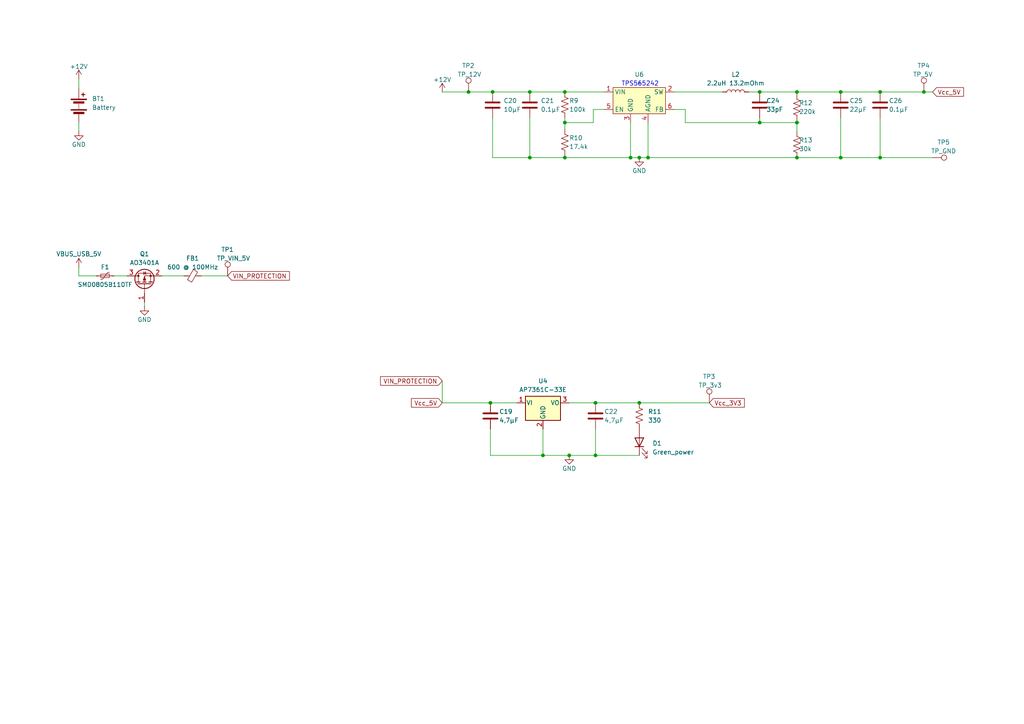
<source format=kicad_sch>
(kicad_sch (version 20250114) (generator "eeschema") (generator_version "9.0")
  (paper "A4")
  (lib_symbols
    (symbol "Connector:TestPoint" (pin_numbers (hide yes)) (pin_names (offset 0.762) (hide yes))
      (property "Reference" "TP" (at 0 6.858 0))
      (property "Value" "TestPoint" (at 0 5.08 0))
      (symbol "TestPoint_0_1"
        (circle (center 0 3.302) (radius 0.762))
      )
      (symbol "TestPoint_1_1"
        (pin passive line (at 0 0 90) (length 2.54) (name "1") (number "1"))
      )
    )
    (symbol "Device:Battery" (pin_numbers (hide yes)) (pin_names (offset 0) (hide yes))
      (property "Reference" "BT" (at 2.54 2.54 0))
      (property "Value" "Battery" (at 2.54 0 0))
      (symbol "Battery_0_1"
        (rectangle (start -2.286 1.778) (end 2.286 1.524) (fill (type outline)))
        (rectangle (start -2.286 -1.27) (end 2.286 -1.524) (fill (type outline)))
        (rectangle (start -1.524 1.016) (end 1.524 0.508) (fill (type outline)))
        (rectangle (start -1.524 -2.032) (end 1.524 -2.54) (fill (type outline)))
        (polyline (pts (xy 0 1.778) (xy 0 2.54)))
        (polyline (pts (xy 0 0) (xy 0 0.254)))
        (polyline (pts (xy 0 -0.508) (xy 0 -0.254)))
        (polyline (pts (xy 0 -1.016) (xy 0 -0.762)))
        (polyline (pts (xy 0.762 3.048) (xy 1.778 3.048)) (stroke (width 0.254)))
        (polyline (pts (xy 1.27 3.556) (xy 1.27 2.54)) (stroke (width 0.254)))
      )
      (symbol "Battery_1_1"
        (pin passive line (at 0 5.08 270) (length 2.54) (name "+") (number "1"))
        (pin passive line (at 0 -5.08 90) (length 2.54) (name "-") (number "2"))
      )
    )
    (symbol "Device:C" (pin_numbers (hide yes)) (pin_names (offset 0.254))
      (property "Reference" "C" (at 0.635 2.54 0))
      (property "Value" "C" (at 0.635 -2.54 0))
      (symbol "C_0_1"
        (polyline (pts (xy -2.032 0.762) (xy 2.032 0.762)) (stroke (width 0.508)))
        (polyline (pts (xy -2.032 -0.762) (xy 2.032 -0.762)) (stroke (width 0.508)))
      )
      (symbol "C_1_1"
        (pin passive line (at 0 3.81 270) (length 2.794) (name "~") (number "1"))
        (pin passive line (at 0 -3.81 90) (length 2.794) (name "~") (number "2"))
      )
    )
    (symbol "Device:FerriteBead_Small" (pin_numbers (hide yes)) (pin_names (offset 0))
      (property "Reference" "FB" (at 1.905 1.27 0))
      (property "Value" "FerriteBead_Small" (at 1.905 -1.27 0))
      (symbol "FerriteBead_Small_0_1"
        (polyline (pts (xy -1.8288 0.2794) (xy -1.1176 1.4986) (xy 1.8288 -0.2032) (xy 1.1176 -1.4224) (xy -1.8288 0.2794)))
        (polyline (pts (xy 0 0.889) (xy 0 1.2954)))
        (polyline (pts (xy 0 -1.27) (xy 0 -0.7874)))
      )
      (symbol "FerriteBead_Small_1_1"
        (pin passive line (at 0 2.54 270) (length 1.27) (name "~") (number "1"))
        (pin passive line (at 0 -2.54 90) (length 1.27) (name "~") (number "2"))
      )
    )
    (symbol "Device:L" (pin_numbers (hide yes)) (pin_names (offset 1.016) (hide yes))
      (property "Reference" "L" (at -1.27 0 90))
      (property "Value" "L" (at 1.905 0 90))
      (symbol "L_0_1"
        (arc (start 0 2.54) (mid 0.6323 1.905) (end 0 1.27))
        (arc (start 0 1.27) (mid 0.6323 0.635) (end 0 0))
        (arc (start 0 0) (mid 0.6323 -0.635) (end 0 -1.27))
        (arc (start 0 -1.27) (mid 0.6323 -1.905) (end 0 -2.54))
      )
      (symbol "L_1_1"
        (pin passive line (at 0 3.81 270) (length 1.27) (name "1") (number "1"))
        (pin passive line (at 0 -3.81 90) (length 1.27) (name "2") (number "2"))
      )
    )
    (symbol "Device:LED" (pin_numbers (hide yes)) (pin_names (offset 1.016) (hide yes))
      (property "Reference" "D" (at 0 2.54 0))
      (property "Value" "LED" (at 0 -2.54 0))
      (symbol "LED_0_1"
        (polyline (pts (xy -3.048 -0.762) (xy -4.572 -2.286) (xy -3.81 -2.286) (xy -4.572 -2.286) (xy -4.572 -1.524)))
        (polyline (pts (xy -1.778 -0.762) (xy -3.302 -2.286) (xy -2.54 -2.286) (xy -3.302 -2.286) (xy -3.302 -1.524)))
        (polyline (pts (xy -1.27 0) (xy 1.27 0)))
        (polyline (pts (xy -1.27 -1.27) (xy -1.27 1.27)) (stroke (width 0.254)))
        (polyline (pts (xy 1.27 -1.27) (xy 1.27 1.27) (xy -1.27 0) (xy 1.27 -1.27)) (stroke (width 0.254)))
      )
      (symbol "LED_1_1"
        (pin passive line (at -3.81 0 0) (length 2.54) (name "K") (number "1"))
        (pin passive line (at 3.81 0 180) (length 2.54) (name "A") (number "2"))
      )
    )
    (symbol "Device:Polyfuse_Small" (pin_numbers (hide yes)) (pin_names (offset 0))
      (property "Reference" "F" (at -1.905 0 90))
      (property "Value" "Polyfuse_Small" (at 1.905 0 90))
      (symbol "Polyfuse_Small_0_1"
        (polyline (pts (xy -1.016 1.27) (xy -1.016 0.762) (xy 1.016 -0.762) (xy 1.016 -1.27)))
        (rectangle (start -0.508 1.27) (end 0.508 -1.27))
        (polyline (pts (xy 0 2.54) (xy 0 -2.54)))
      )
      (symbol "Polyfuse_Small_1_1"
        (pin passive line (at 0 2.54 270) (length 0.635) (name "~") (number "1"))
        (pin passive line (at 0 -2.54 90) (length 0.635) (name "~") (number "2"))
      )
    )
    (symbol "Device:R_US" (pin_numbers (hide yes)) (pin_names (offset 0))
      (property "Reference" "R" (at 2.54 0 90))
      (property "Value" "R_US" (at -2.54 0 90))
      (symbol "R_US_0_1"
        (polyline (pts (xy 0 2.286) (xy 0 2.54)))
        (polyline (pts (xy 0 2.286) (xy 1.016 1.905) (xy 0 1.524) (xy -1.016 1.143) (xy 0 0.762)))
        (polyline (pts (xy 0 0.762) (xy 1.016 0.381) (xy 0 0) (xy -1.016 -0.381) (xy 0 -0.762)))
        (polyline (pts (xy 0 -0.762) (xy 1.016 -1.143) (xy 0 -1.524) (xy -1.016 -1.905) (xy 0 -2.286)))
        (polyline (pts (xy 0 -2.286) (xy 0 -2.54)))
      )
      (symbol "R_US_1_1"
        (pin passive line (at 0 3.81 270) (length 1.27) (name "~") (number "1"))
        (pin passive line (at 0 -3.81 90) (length 1.27) (name "~") (number "2"))
      )
    )
    (symbol "Regulator_Linear:AP7361C-33E" (pin_names (offset 0.254))
      (property "Reference" "U" (at -3.81 3.175 0))
      (property "Value" "AP7361C-33E" (at 0 3.175 0))
      (symbol "AP7361C-33E_0_1"
        (rectangle (start -5.08 -5.08) (end 5.08 1.905) (stroke (width 0.254)) (fill (type background)))
      )
      (symbol "AP7361C-33E_1_1"
        (pin power_in line (at -7.62 0 0) (length 2.54) (name "VI") (number "1"))
        (pin power_in line (at 0 -7.62 90) (length 2.54) (name "GND") (number "2"))
        (pin power_out line (at 7.62 0 180) (length 2.54) (name "VO") (number "3"))
      )
    )
    (symbol "TPS565242:TPS565242"
      (property "Reference" "U" (at 0 3.556 0))
      (symbol "TPS565242_0_1"
        (rectangle (start -7.62 1.27) (end 7.62 -6.35) (fill (type background)))
      )
      (symbol "TPS565242_1_1"
        (pin power_in line (at -10.16 0 0) (length 2.54) (name "VIN") (number "1"))
        (pin input line (at -10.16 -5.08 0) (length 2.54) (name "EN") (number "5"))
        (pin power_in line (at -2.54 -8.89 90) (length 2.54) (name "GND") (number "3"))
        (pin power_in line (at 2.54 -8.89 90) (length 2.54) (name "AGND") (number "4"))
        (pin power_out line (at 10.16 0 180) (length 2.54) (name "SW") (number "2"))
        (pin input line (at 10.16 -5.08 180) (length 2.54) (name "FB") (number "6"))
      )
    )
    (symbol "Transistor_FET:AO3401A" (pin_names (hide yes))
      (property "Reference" "Q" (at 5.08 1.905 0))
      (property "Value" "AO3401A" (at 5.08 0 0))
      (symbol "AO3401A_0_1"
        (polyline (pts (xy 0.254 1.905) (xy 0.254 -1.905)) (stroke (width 0.254)))
        (polyline (pts (xy 0.254 0) (xy -2.54 0)))
        (polyline (pts (xy 0.762 2.286) (xy 0.762 1.27)) (stroke (width 0.254)))
        (polyline (pts (xy 0.762 1.778) (xy 3.302 1.778) (xy 3.302 -1.778) (xy 0.762 -1.778)))
        (polyline (pts (xy 0.762 0.508) (xy 0.762 -0.508)) (stroke (width 0.254)))
        (polyline (pts (xy 0.762 -1.27) (xy 0.762 -2.286)) (stroke (width 0.254)))
        (circle (center 1.651 0) (radius 2.794) (stroke (width 0.254)))
        (polyline (pts (xy 2.286 0) (xy 1.27 0.381) (xy 1.27 -0.381) (xy 2.286 0)) (fill (type outline)))
        (polyline (pts (xy 2.54 2.54) (xy 2.54 1.778)))
        (circle (center 2.54 1.778) (radius 0.254) (fill (type outline)))
        (circle (center 2.54 -1.778) (radius 0.254) (fill (type outline)))
        (polyline (pts (xy 2.54 -2.54) (xy 2.54 0) (xy 0.762 0)))
        (polyline (pts (xy 2.794 -0.508) (xy 2.921 -0.381) (xy 3.683 -0.381) (xy 3.81 -0.254)))
        (polyline (pts (xy 3.302 -0.381) (xy 2.921 0.254) (xy 3.683 0.254) (xy 3.302 -0.381)))
      )
      (symbol "AO3401A_1_1"
        (pin input line (at -5.08 0 0) (length 2.54) (name "G") (number "1"))
        (pin passive line (at 2.54 5.08 270) (length 2.54) (name "D") (number "3"))
        (pin passive line (at 2.54 -5.08 90) (length 2.54) (name "S") (number "2"))
      )
    )
    (symbol "power:+12V" (power) (pin_numbers (hide yes)) (pin_names (offset 0) (hide yes))
      (property "Value" "+12V" (at 0 3.556 0))
      (symbol "+12V_0_1"
        (polyline (pts (xy -0.762 1.27) (xy 0 2.54)))
        (polyline (pts (xy 0 2.54) (xy 0.762 1.27)))
        (polyline (pts (xy 0 0) (xy 0 2.54)))
      )
      (symbol "+12V_1_1"
        (pin power_in line (at 0 0 90) (length 0) (name "~") (number "1"))
      )
    )
    (symbol "power:GND" (power) (pin_numbers (hide yes)) (pin_names (offset 0) (hide yes))
      (property "Value" "GND" (at 0 -3.81 0))
      (symbol "GND_0_1"
        (polyline (pts (xy 0 0) (xy 0 -1.27) (xy 1.27 -1.27) (xy 0 -2.54) (xy -1.27 -1.27) (xy 0 -1.27)))
      )
      (symbol "GND_1_1"
        (pin power_in line (at 0 0 270) (length 0) (name "~") (number "1"))
      )
    )
    (symbol "power:VBUS" (power) (pin_numbers (hide yes)) (pin_names (offset 0) (hide yes))
      (property "Value" "VBUS" (at 0 3.556 0))
      (symbol "VBUS_0_1"
        (polyline (pts (xy -0.762 1.27) (xy 0 2.54)))
        (polyline (pts (xy 0 2.54) (xy 0.762 1.27)))
        (polyline (pts (xy 0 0) (xy 0 2.54)))
      )
      (symbol "VBUS_1_1"
        (pin power_in line (at 0 0 90) (length 0) (name "~") (number "1"))
      )
    )
  )
  (text "TPS565242\n" (at 185.674 24.384 0) (effects (font (size 1.27 1.27))))
  (junction (at 255.27 45.72))
  (junction (at 220.345 26.67))
  (junction (at 153.67 45.72))
  (junction (at 220.345 35.56))
  (junction (at 157.48 132.08))
  (junction (at 185.42 45.72))
  (junction (at 142.24 116.84))
  (junction (at 172.72 116.84))
  (junction (at 163.83 26.67))
  (junction (at 187.96 45.72))
  (junction (at 163.83 35.56))
  (junction (at 231.14 35.56))
  (junction (at 163.83 45.72))
  (junction (at 243.84 45.72))
  (junction (at 255.27 26.67))
  (junction (at 135.89 26.67))
  (junction (at 153.67 26.67))
  (junction (at 185.42 116.84))
  (junction (at 172.72 132.08))
  (junction (at 165.1 132.08))
  (junction (at 267.97 26.67))
  (junction (at 142.875 26.67))
  (junction (at 231.14 45.72))
  (junction (at 231.14 26.67))
  (junction (at 243.84 26.67))
  (junction (at 182.88 45.72))
  (wire (pts (xy 157.48 124.46) (xy 157.48 132.08)))
  (wire (pts (xy 231.14 35.56) (xy 231.775 35.56)))
  (wire (pts (xy 135.89 26.67) (xy 142.875 26.67)))
  (wire (pts (xy 255.27 26.67) (xy 267.97 26.67)))
  (wire (pts (xy 22.86 77.47) (xy 22.86 80.01)))
  (wire (pts (xy 66.04 80.01) (xy 58.42 80.01)))
  (wire (pts (xy 163.83 45.72) (xy 163.83 45.085)))
  (wire (pts (xy 231.14 34.925) (xy 231.14 35.56)))
  (wire (pts (xy 231.14 45.72) (xy 243.84 45.72)))
  (wire (pts (xy 142.875 45.72) (xy 153.67 45.72)))
  (wire (pts (xy 41.91 88.9) (xy 41.91 87.63)))
  (wire (pts (xy 187.96 45.72) (xy 185.42 45.72)))
  (wire (pts (xy 163.83 35.56) (xy 163.83 37.465)))
  (wire (pts (xy 182.88 45.72) (xy 185.42 45.72)))
  (wire (pts (xy 142.875 34.29) (xy 142.875 45.72)))
  (wire (pts (xy 182.88 35.56) (xy 182.88 45.72)))
  (wire (pts (xy 267.97 26.67) (xy 270.51 26.67)))
  (wire (pts (xy 255.27 45.72) (xy 270.51 45.72)))
  (wire (pts (xy 243.84 34.29) (xy 243.84 45.72)))
  (wire (pts (xy 231.14 35.56) (xy 231.14 38.1)))
  (wire (pts (xy 172.72 124.46) (xy 172.72 132.08)))
  (wire (pts (xy 33.02 80.01) (xy 36.83 80.01)))
  (wire (pts (xy 142.24 124.46) (xy 142.24 132.08)))
  (wire (pts (xy 198.755 31.75) (xy 198.755 35.56)))
  (wire (pts (xy 243.84 45.72) (xy 255.27 45.72)))
  (wire (pts (xy 231.14 26.67) (xy 243.84 26.67)))
  (wire (pts (xy 195.58 26.67) (xy 209.55 26.67)))
  (wire (pts (xy 243.84 26.67) (xy 255.27 26.67)))
  (wire (pts (xy 198.755 35.56) (xy 220.345 35.56)))
  (wire (pts (xy 165.1 116.84) (xy 172.72 116.84)))
  (wire (pts (xy 172.72 132.08) (xy 185.42 132.08)))
  (wire (pts (xy 255.27 34.29) (xy 255.27 45.72)))
  (wire (pts (xy 220.345 35.56) (xy 231.14 35.56)))
  (wire (pts (xy 231.14 27.305) (xy 231.14 26.67)))
  (wire (pts (xy 157.48 132.08) (xy 165.1 132.08)))
  (wire (pts (xy 128.27 116.84) (xy 142.24 116.84)))
  (wire (pts (xy 163.83 34.29) (xy 163.83 35.56)))
  (wire (pts (xy 220.345 35.56) (xy 220.345 34.29)))
  (wire (pts (xy 175.26 31.75) (xy 172.085 31.75)))
  (wire (pts (xy 163.83 45.72) (xy 182.88 45.72)))
  (wire (pts (xy 187.96 45.72) (xy 231.14 45.72)))
  (wire (pts (xy 46.99 80.01) (xy 53.34 80.01)))
  (wire (pts (xy 153.67 34.29) (xy 153.67 45.72)))
  (wire (pts (xy 172.085 31.75) (xy 172.085 35.56)))
  (wire (pts (xy 165.1 132.08) (xy 172.72 132.08)))
  (wire (pts (xy 128.27 110.49) (xy 128.27 116.84)))
  (wire (pts (xy 220.345 26.67) (xy 231.14 26.67)))
  (wire (pts (xy 153.67 26.67) (xy 163.83 26.67)))
  (wire (pts (xy 195.58 31.75) (xy 198.755 31.75)))
  (wire (pts (xy 153.67 45.72) (xy 163.83 45.72)))
  (wire (pts (xy 185.42 116.84) (xy 205.74 116.84)))
  (wire (pts (xy 22.86 22.86) (xy 22.86 25.4)))
  (wire (pts (xy 172.72 116.84) (xy 185.42 116.84)))
  (wire (pts (xy 142.875 26.67) (xy 153.67 26.67)))
  (wire (pts (xy 142.24 132.08) (xy 157.48 132.08)))
  (wire (pts (xy 22.86 80.01) (xy 27.94 80.01)))
  (wire (pts (xy 22.86 35.56) (xy 22.86 38.1)))
  (wire (pts (xy 128.27 26.67) (xy 135.89 26.67)))
  (wire (pts (xy 172.085 35.56) (xy 163.83 35.56)))
  (wire (pts (xy 163.83 26.67) (xy 175.26 26.67)))
  (wire (pts (xy 217.17 26.67) (xy 220.345 26.67)))
  (wire (pts (xy 142.24 116.84) (xy 149.86 116.84)))
  (wire (pts (xy 187.96 35.56) (xy 187.96 45.72)))
  (global_label "VIN_PROTECTION" (shape input) (at 66.04 80.01 0) (property "Intersheetrefs" "${INTERSHEET_REFS}" (effects (hide yes))))
  (global_label "Vcc_5V" (shape input) (at 128.27 116.84 180) (property "Intersheetrefs" "${INTERSHEET_REFS}" (effects (hide yes))))
  (global_label "Vcc_5V" (shape input) (at 270.51 26.67 0) (property "Intersheetrefs" "${INTERSHEET_REFS}" (effects (hide yes))))
  (global_label "VIN_PROTECTION" (shape input) (at 128.27 110.49 180) (property "Intersheetrefs" "${INTERSHEET_REFS}" (effects (hide yes))))
  (global_label "Vcc_3V3" (shape input) (at 205.74 116.84 0) (property "Intersheetrefs" "${INTERSHEET_REFS}" (effects (hide yes))))
  (symbol (lib_id "power:GND") (at 165.1 132.08 0) (unit 1)
    (property "Reference" "#PWR031" (effects (hide yes)))
    (property "Value" "GND" (at 165.1 135.89 0))
    (property "Description" "Power symbol creates a global label with name \"GND\" , ground" (effects (hide yes)))
  )
  (symbol (lib_id "Device:R_US") (at 163.83 30.48 0) (unit 1)
    (property "Reference" "R9" (at 165.1 29.21 0) (effects (justify left)))
    (property "Value" "100k" (at 165.1 31.75 0) (effects (justify left)))
    (property "Footprint" "Resistor_SMD:R_0603_1608Metric_Pad0.98x0.95mm_HandSolder" (effects (hide yes)))
    (property "Description" "Resistor, US symbol" (effects (hide yes)))
  )
  (symbol (lib_id "Device:C") (at 255.27 30.48 0) (unit 1)
    (property "Reference" "C26" (at 257.81 29.21 0) (effects (justify left)))
    (property "Value" "0.1µF" (at 257.81 31.75 0) (effects (justify left)))
    (property "Footprint" "Capacitor_SMD:C_0603_1608Metric_Pad1.08x0.95mm_HandSolder" (effects (hide yes)))
    (property "Description" "Unpolarized capacitor" (effects (hide yes)))
  )
  (symbol (lib_id "Device:C") (at 142.875 30.48 0) (unit 1)
    (property "Reference" "C20" (at 146.05 29.21 0) (effects (justify left)))
    (property "Value" "10µF" (at 146.05 31.75 0) (effects (justify left)))
    (property "Footprint" "Capacitor_SMD:C_0805_2012Metric_Pad1.18x1.45mm_HandSolder" (effects (hide yes)))
    (property "Description" "Unpolarized capacitor" (effects (hide yes)))
  )
  (symbol (lib_id "power:+12V") (at 22.86 22.86 0) (unit 1)
    (property "Reference" "#PWR026" (effects (hide yes)))
    (property "Value" "+12V" (at 22.86 19.304 0))
    (property "Description" "Power symbol creates a global label with name \"+12V\"" (effects (hide yes)))
  )
  (symbol (lib_id "Device:C") (at 153.67 30.48 0) (unit 1)
    (property "Reference" "C21" (at 156.845 29.21 0) (effects (justify left)))
    (property "Value" "0.1µF" (at 156.845 31.75 0) (effects (justify left)))
    (property "Footprint" "Capacitor_SMD:C_0603_1608Metric_Pad1.08x0.95mm_HandSolder" (effects (hide yes)))
    (property "Description" "Unpolarized capacitor" (effects (hide yes)))
  )
  (symbol (lib_id "Regulator_Linear:AP7361C-33E") (at 157.48 116.84 0) (unit 1)
    (property "Reference" "U4" (at 157.48 110.49 0))
    (property "Value" "AP7361C-33E" (at 157.48 113.03 0))
    (property "Footprint" "Package_TO_SOT_SMD:SOT-223-3_TabPin2" (effects (hide yes)))
    (property "Datasheet" "https://www.diodes.com/assets/Datasheets/AP7361C.pdf" (effects (hide yes)))
    (property "Description" "1A Low Dropout regulator, positive, 3.3V fixed output, SOT-223" (effects (hide yes)))
  )
  (symbol (lib_id "Device:C") (at 220.345 30.48 0) (unit 1)
    (property "Reference" "C24" (at 222.25 29.21 0) (effects (justify left)))
    (property "Value" "33pF" (at 222.25 31.75 0) (effects (justify left)))
    (property "Footprint" "Capacitor_SMD:C_0603_1608Metric_Pad1.08x0.95mm_HandSolder" (effects (hide yes)))
    (property "Description" "Unpolarized capacitor" (effects (hide yes)))
  )
  (symbol (lib_id "power:GND") (at 41.91 88.9 0) (unit 1)
    (property "Reference" "#PWR029" (effects (hide yes)))
    (property "Value" "GND" (at 41.91 92.71 0))
    (property "Description" "Power symbol creates a global label with name \"GND\" , ground" (effects (hide yes)))
  )
  (symbol (lib_id "Device:FerriteBead_Small") (at 55.88 80.01 90) (unit 1)
    (property "Reference" "FB1" (at 55.88 74.93 90))
    (property "Value" "600 @ 100MHz" (at 55.88 77.47 90))
    (property "Footprint" "Resistor_SMD:R_0805_2012Metric_Pad1.20x1.40mm_HandSolder" (effects (hide yes)))
    (property "Description" "Ferrite bead, small symbol" (effects (hide yes)))
  )
  (symbol (lib_id "Device:C") (at 172.72 120.65 180) (unit 1)
    (property "Reference" "C22" (at 175.26 119.38 0) (effects (justify right)))
    (property "Value" "4,7µF" (at 175.26 121.92 0) (effects (justify right)))
    (property "Footprint" "Capacitor_SMD:C_0805_2012Metric_Pad1.18x1.45mm_HandSolder" (effects (hide yes)))
    (property "Description" "Unpolarized capacitor" (effects (hide yes)))
  )
  (symbol (lib_id "power:+12V") (at 128.27 26.67 0) (unit 1)
    (property "Reference" "#PWR030" (effects (hide yes)))
    (property "Value" "+12V" (at 128.27 23.114 0))
    (property "Description" "Power symbol creates a global label with name \"+12V\"" (effects (hide yes)))
  )
  (symbol (lib_id "power:VBUS") (at 22.86 77.47 0) (unit 1)
    (property "Reference" "#PWR028" (effects (hide yes)))
    (property "Value" "VBUS_USB_5V" (at 22.86 73.66 0))
    (property "Description" "Power symbol creates a global label with name \"VBUS\"" (effects (hide yes)))
  )
  (symbol (lib_id "Device:R_US") (at 231.14 41.91 0) (unit 1)
    (property "Reference" "R13" (at 231.775 40.64 0) (effects (justify left)))
    (property "Value" "30k" (at 231.775 43.18 0) (effects (justify left)))
    (property "Footprint" "Resistor_SMD:R_0603_1608Metric_Pad0.98x0.95mm_HandSolder" (effects (hide yes)))
    (property "Description" "Resistor, US symbol" (effects (hide yes)))
  )
  (symbol (lib_id "Transistor_FET:AO3401A") (at 41.91 82.55 90) (unit 1)
    (property "Reference" "Q1" (at 41.91 73.66 90))
    (property "Value" "AO3401A" (at 41.91 76.2 90))
    (property "Footprint" "Package_TO_SOT_SMD:SOT-23" (effects (hide yes)))
    (property "Datasheet" "http://www.aosmd.com/pdfs/datasheet/AO3401A.pdf" (effects (hide yes)))
    (property "Description" "-4.0A Id, -30V Vds, P-Channel MOSFET, SOT-23" (effects (hide yes)))
  )
  (symbol (lib_id "Device:L") (at 213.36 26.67 90) (unit 1)
    (property "Reference" "L2" (at 213.36 21.59 90))
    (property "Value" "2.2uH 13.2mOhm" (at 213.36 24.13 90))
    (property "Footprint" "Inductor_SMD:L_TDK_VLP8040" (effects (hide yes)))
    (property "Description" "Inductor" (effects (hide yes)))
  )
  (symbol (lib_id "Connector:TestPoint") (at 66.04 80.01 0) (unit 1)
    (property "Reference" "TP1" (at 64.135 72.39 0) (effects (justify left)))
    (property "Value" "TP_VIN_5V" (at 62.865 74.93 0) (effects (justify left)))
    (property "Footprint" "TestPoint:TestPoint_Pad_D1.0mm" (effects (hide yes)))
    (property "Description" "test point" (effects (hide yes)))
  )
  (symbol (lib_id "Device:R_US") (at 185.42 120.65 0) (unit 1)
    (property "Reference" "R11" (at 187.96 119.3799 0) (effects (justify left)))
    (property "Value" "330" (at 187.96 121.9199 0) (effects (justify left)))
    (property "Footprint" "Resistor_SMD:R_0603_1608Metric_Pad0.98x0.95mm_HandSolder" (effects (hide yes)))
    (property "Description" "Resistor, US symbol" (effects (hide yes)))
  )
  (symbol (lib_id "power:GND") (at 185.42 45.72 0) (unit 1)
    (property "Reference" "#PWR032" (effects (hide yes)))
    (property "Value" "GND" (at 185.42 49.53 0))
    (property "Description" "Power symbol creates a global label with name \"GND\" , ground" (effects (hide yes)))
  )
  (symbol (lib_id "Device:Battery") (at 22.86 30.48 0) (unit 1)
    (property "Reference" "BT1" (at 26.67 28.6384 0) (effects (justify left)))
    (property "Value" "Battery" (at 26.67 31.1784 0) (effects (justify left)))
    (property "Description" "Multiple-cell battery" (effects (hide yes)))
  )
  (symbol (lib_id "Connector:TestPoint") (at 270.51 45.72 270) (unit 1)
    (property "Reference" "TP5" (at 273.685 41.275 90))
    (property "Value" "TP_GND" (at 273.685 43.815 90))
    (property "Footprint" "TestPoint:TestPoint_Pad_1.0x1.0mm" (effects (hide yes)))
    (property "Description" "test point" (effects (hide yes)))
  )
  (symbol (lib_id "TPS565242:TPS565242") (at 185.42 26.67 0) (unit 1)
    (property "Reference" "U6" (at 185.42 21.59 0))
    (property "Value" "~" (at 185.42 24.13 0))
    (property "Footprint" "Package_TO_SOT_SMD:SOT-563" (effects (hide yes)))
  )
  (symbol (lib_id "Device:Polyfuse_Small") (at 30.48 80.01 90) (unit 1)
    (property "Reference" "F1" (at 30.48 77.47 90))
    (property "Value" "SMD0805B110TF" (at 30.48 82.55 90))
    (property "Footprint" "Fuse:Fuse_0805_2012Metric" (effects (hide yes)))
    (property "Description" "Resettable fuse, polymeric positive temperature coefficient, small symbol" (effects (hide yes)))
  )
  (symbol (lib_id "Connector:TestPoint") (at 135.89 26.67 0) (unit 1)
    (property "Reference" "TP2" (at 133.985 19.05 0) (effects (justify left)))
    (property "Value" "TP_12V" (at 132.715 21.59 0) (effects (justify left)))
    (property "Footprint" "TestPoint:TestPoint_Pad_D1.0mm" (effects (hide yes)))
    (property "Description" "test point" (effects (hide yes)))
  )
  (symbol (lib_id "Connector:TestPoint") (at 205.74 116.84 0) (unit 1)
    (property "Reference" "TP3" (at 203.835 109.22 0) (effects (justify left)))
    (property "Value" "TP_3v3" (at 202.565 111.76 0) (effects (justify left)))
    (property "Footprint" "TestPoint:TestPoint_Pad_D1.0mm" (effects (hide yes)))
    (property "Description" "test point" (effects (hide yes)))
  )
  (symbol (lib_id "Device:R_US") (at 231.14 31.115 0) (unit 1)
    (property "Reference" "R12" (at 231.775 29.845 0) (effects (justify left)))
    (property "Value" "220k" (at 231.775 32.385 0) (effects (justify left)))
    (property "Footprint" "Resistor_SMD:R_0603_1608Metric_Pad0.98x0.95mm_HandSolder" (effects (hide yes)))
    (property "Description" "Resistor, US symbol" (effects (hide yes)))
  )
  (symbol (lib_id "Device:R_US") (at 163.83 41.275 0) (unit 1)
    (property "Reference" "R10" (at 165.1 40.005 0) (effects (justify left)))
    (property "Value" "17.4k" (at 165.1 42.545 0) (effects (justify left)))
    (property "Footprint" "Resistor_SMD:R_0603_1608Metric_Pad0.98x0.95mm_HandSolder" (effects (hide yes)))
    (property "Description" "Resistor, US symbol" (effects (hide yes)))
  )
  (symbol (lib_id "Device:LED") (at 185.42 128.27 90) (unit 1)
    (property "Reference" "D1" (at 189.23 128.5874 90) (effects (justify right)))
    (property "Value" "Green_power" (at 189.23 131.1274 90) (effects (justify right)))
    (property "Footprint" "Diode_SMD:D_0805_2012Metric" (effects (hide yes)))
    (property "Description" "Light emitting diode" (effects (hide yes)))
  )
  (symbol (lib_id "Device:C") (at 243.84 30.48 0) (unit 1)
    (property "Reference" "C25" (at 246.38 29.21 0) (effects (justify left)))
    (property "Value" "22µF" (at 246.38 31.75 0) (effects (justify left)))
    (property "Footprint" "Capacitor_SMD:C_0805_2012Metric_Pad1.18x1.45mm_HandSolder" (effects (hide yes)))
    (property "Description" "Unpolarized capacitor" (effects (hide yes)))
  )
  (symbol (lib_id "power:GND") (at 22.86 38.1 0) (unit 1)
    (property "Reference" "#PWR027" (effects (hide yes)))
    (property "Value" "GND" (at 22.86 41.91 0))
    (property "Description" "Power symbol creates a global label with name \"GND\" , ground" (effects (hide yes)))
  )
  (symbol (lib_id "Connector:TestPoint") (at 267.97 26.67 0) (unit 1)
    (property "Reference" "TP4" (at 266.065 19.05 0) (effects (justify left)))
    (property "Value" "TP_5V" (at 264.795 21.59 0) (effects (justify left)))
    (property "Footprint" "TestPoint:TestPoint_Pad_D1.0mm" (effects (hide yes)))
    (property "Description" "test point" (effects (hide yes)))
  )
  (symbol (lib_id "Device:C") (at 142.24 120.65 180) (unit 1)
    (property "Reference" "C19" (at 144.78 119.38 0) (effects (justify right)))
    (property "Value" "4,7µF" (at 144.78 121.92 0) (effects (justify right)))
    (property "Footprint" "Capacitor_SMD:C_0805_2012Metric_Pad1.18x1.45mm_HandSolder" (effects (hide yes)))
    (property "Description" "Unpolarized capacitor" (effects (hide yes)))
  )
)
</source>
